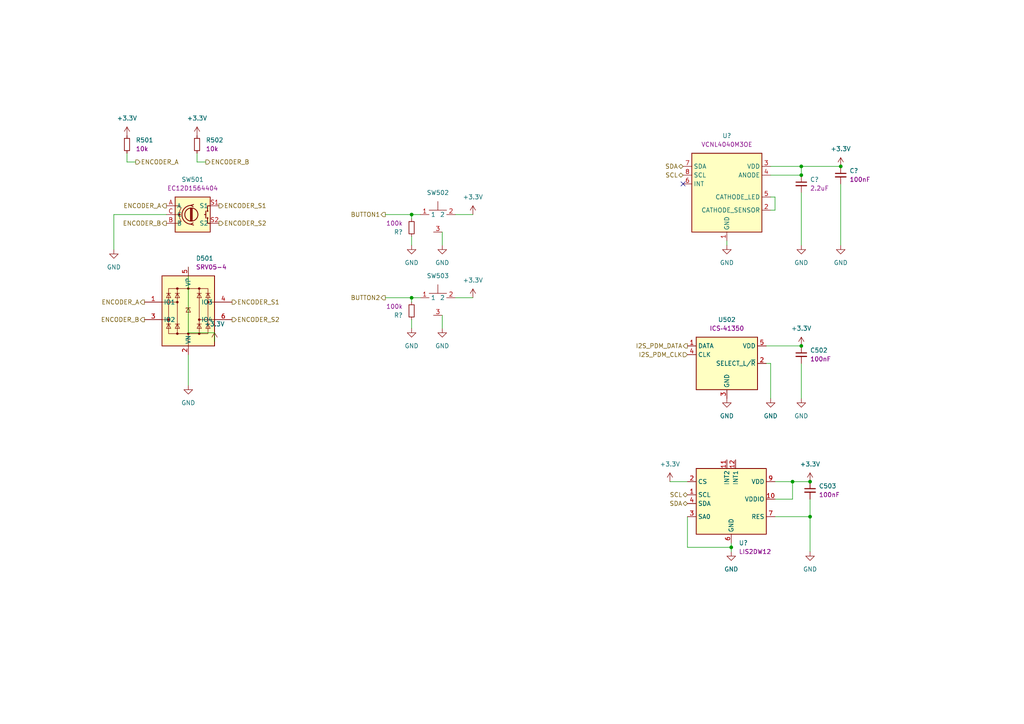
<source format=kicad_sch>
(kicad_sch (version 20230121) (generator eeschema)
  (paper "A4")
  (lib_symbols
    (symbol ".mounted-lib:C_0603_100nF_100V_X7R_10%" (pin_numbers hide)
      (property "Reference" "C?" (at 1.905 0 0))
      (property "DisplayValue" "100nF" (at 1.905 1.905 0))
      (symbol "C_0603_100nF_100V_X7R_10%_0_1"
        (polyline (pts (xy -1.524 -0.508) (xy 1.524 -0.508)) (stroke (width 0.3302)))
        (polyline (pts (xy -1.524 0.508) (xy 1.524 0.508)) (stroke (width 0.3048)))
      )
      (symbol "C_0603_100nF_100V_X7R_10%_1_1"
        (pin passive line (at 0 2.54 270) (length 2.032) (name "~") (number "1"))
        (pin passive line (at 0 -2.54 90) (length 2.032) (name "~") (number "2"))
      )
    )
    (symbol ".mounted-lib:C_0603_2.2uF_10V_X7R_10%" (pin_numbers hide)
      (property "Reference" "C?" (at 1.905 0 0))
      (property "DisplayValue" "2.2uF" (at 1.905 1.905 0))
      (symbol "C_0603_2.2uF_10V_X7R_10%_0_1"
        (polyline (pts (xy -1.524 -0.508) (xy 1.524 -0.508)) (stroke (width 0.3302)))
        (polyline (pts (xy -1.524 0.508) (xy 1.524 0.508)) (stroke (width 0.3048)))
      )
      (symbol "C_0603_2.2uF_10V_X7R_10%_1_1"
        (pin passive line (at 0 2.54 270) (length 2.032) (name "~") (number "1"))
        (pin passive line (at 0 -2.54 90) (length 2.032) (name "~") (number "2"))
      )
    )
    (symbol ".mounted-lib:D_SRV05-4"
      (property "Reference" "D?" (at 1.27 6.35 0))
      (property "DisplayValue" "SRV05-4" (at 10.16 -7.62 0))
      (symbol "D_SRV05-4_0_0"
        (rectangle (start -5.715 6.477) (end 5.715 -6.604))
        (polyline (pts (xy -3.175 -6.604) (xy -3.175 6.477)))
        (polyline (pts (xy 3.175 6.477) (xy 3.175 -6.604)))
      )
      (symbol "D_SRV05-4_0_1"
        (rectangle (start -7.62 10.16) (end 7.62 -10.16) (stroke (width 0.254)) (fill (type background)))
        (circle (center -5.715 -2.54) (radius 0.2794) (fill (type outline)))
        (circle (center -3.175 -6.604) (radius 0.2794) (fill (type outline)))
        (circle (center -3.175 2.54) (radius 0.2794) (fill (type outline)))
        (circle (center -3.175 6.477) (radius 0.2794) (fill (type outline)))
        (circle (center 0 -6.604) (radius 0.2794) (fill (type outline)))
        (polyline (pts (xy -7.747 2.54) (xy -3.175 2.54)))
        (polyline (pts (xy -7.62 -2.54) (xy -5.715 -2.54)))
        (polyline (pts (xy -5.08 -3.81) (xy -6.35 -3.81)))
        (polyline (pts (xy -5.08 5.08) (xy -6.35 5.08)))
        (polyline (pts (xy -2.54 -3.81) (xy -3.81 -3.81)))
        (polyline (pts (xy -2.54 5.08) (xy -3.81 5.08)))
        (polyline (pts (xy 0 10.16) (xy 0 -10.16)))
        (polyline (pts (xy 3.81 -3.81) (xy 2.54 -3.81)))
        (polyline (pts (xy 3.81 5.08) (xy 2.54 5.08)))
        (polyline (pts (xy 6.35 -3.81) (xy 5.08 -3.81)))
        (polyline (pts (xy 6.35 5.08) (xy 5.08 5.08)))
        (polyline (pts (xy 7.62 -2.54) (xy 3.175 -2.54)))
        (polyline (pts (xy 7.62 2.54) (xy 5.715 2.54)))
        (polyline (pts (xy 0.635 0.889) (xy -0.635 0.889) (xy -0.635 0.635)))
        (polyline (pts (xy -5.08 -5.08) (xy -6.35 -5.08) (xy -5.715 -3.81) (xy -5.08 -5.08)))
        (polyline (pts (xy -5.08 3.81) (xy -6.35 3.81) (xy -5.715 5.08) (xy -5.08 3.81)))
        (polyline (pts (xy -2.54 -5.08) (xy -3.81 -5.08) (xy -3.175 -3.81) (xy -2.54 -5.08)))
        (polyline (pts (xy -2.54 3.81) (xy -3.81 3.81) (xy -3.175 5.08) (xy -2.54 3.81)))
        (polyline (pts (xy 0.635 -0.381) (xy -0.635 -0.381) (xy 0 0.889) (xy 0.635 -0.381)))
        (polyline (pts (xy 3.81 -5.08) (xy 2.54 -5.08) (xy 3.175 -3.81) (xy 3.81 -5.08)))
        (polyline (pts (xy 3.81 3.81) (xy 2.54 3.81) (xy 3.175 5.08) (xy 3.81 3.81)))
        (polyline (pts (xy 6.35 -5.08) (xy 5.08 -5.08) (xy 5.715 -3.81) (xy 6.35 -5.08)))
        (polyline (pts (xy 6.35 3.81) (xy 5.08 3.81) (xy 5.715 5.08) (xy 6.35 3.81)))
        (circle (center 0 6.477) (radius 0.2794) (fill (type outline)))
        (circle (center 3.175 -6.604) (radius 0.2794) (fill (type outline)))
        (circle (center 3.175 -2.54) (radius 0.2794) (fill (type outline)))
        (circle (center 3.175 6.477) (radius 0.2794) (fill (type outline)))
        (circle (center 5.715 2.54) (radius 0.2794) (fill (type outline)))
      )
      (symbol "D_SRV05-4_1_1"
        (pin passive line (at -12.7 2.54 0) (length 5.08) (name "IO1") (number "1"))
        (pin passive line (at 0 -12.7 90) (length 2.54) (name "VN") (number "2"))
        (pin passive line (at -12.7 -2.54 0) (length 5.08) (name "IO2") (number "3"))
        (pin passive line (at 12.7 2.54 180) (length 5.08) (name "IO3") (number "4"))
        (pin passive line (at 0 12.7 270) (length 2.54) (name "VP") (number "5"))
        (pin passive line (at 12.7 -2.54 180) (length 5.08) (name "IO4") (number "6"))
      )
    )
    (symbol ".mounted-lib:R_0603_100k_1%_0.1W" (pin_numbers hide)
      (property "Reference" "R?" (at 1.27 0 0))
      (property "DisplayValue" "100k" (at 1.27 1.905 0))
      (symbol "R_0603_100k_1%_0.1W_0_1"
        (rectangle (start -0.762 1.778) (end 0.762 -1.778) (stroke (width 0.2032)))
      )
      (symbol "R_0603_100k_1%_0.1W_1_1"
        (pin passive line (at 0 2.54 270) (length 0.762) (name "~") (number "1"))
        (pin passive line (at 0 -2.54 90) (length 0.762) (name "~") (number "2"))
      )
    )
    (symbol ".mounted-lib:R_0603_10k_1%_0.1W" (pin_numbers hide)
      (property "Reference" "R?" (at 1.27 0 0))
      (property "DisplayValue" "10k" (at 1.27 1.905 0))
      (symbol "R_0603_10k_1%_0.1W_0_1"
        (rectangle (start -0.762 1.778) (end 0.762 -1.778) (stroke (width 0.2032)))
      )
      (symbol "R_0603_10k_1%_0.1W_1_1"
        (pin passive line (at 0 2.54 270) (length 0.762) (name "~") (number "1"))
        (pin passive line (at 0 -2.54 90) (length 0.762) (name "~") (number "2"))
      )
    )
    (symbol ".mounted-lib:SW_EC12D1564404"
      (property "Reference" "SW?" (at -5.08 8.89 0))
      (property "DisplayValue" "EC12D1564404" (at -5.08 6.35 0))
      (symbol "SW_EC12D1564404_0_1"
        (rectangle (start -5.08 5.08) (end 5.08 -5.08) (stroke (width 0.254)) (fill (type background)))
        (circle (center -3.81 0) (radius 0.254) (fill (type outline)))
        (circle (center -0.381 0) (radius 1.905) (stroke (width 0.254)))
        (arc (start -0.381 2.667) (mid -3.0988 -0.0635) (end -0.381 -2.794) (stroke (width 0.254)))
        (polyline (pts (xy -0.635 -1.778) (xy -0.635 1.778)) (stroke (width 0.254)))
        (polyline (pts (xy -0.381 -1.778) (xy -0.381 1.778)) (stroke (width 0.254)))
        (polyline (pts (xy -0.127 1.778) (xy -0.127 -1.778)) (stroke (width 0.254)))
        (polyline (pts (xy 3.81 0) (xy 3.429 0)) (stroke (width 0.254)))
        (polyline (pts (xy 3.81 1.016) (xy 3.81 -1.016)) (stroke (width 0.254)))
        (polyline (pts (xy -5.08 -2.54) (xy -3.81 -2.54) (xy -3.81 -2.032)))
        (polyline (pts (xy -5.08 2.54) (xy -3.81 2.54) (xy -3.81 2.032)))
        (polyline (pts (xy 0.254 -3.048) (xy -0.508 -2.794) (xy 0.127 -2.413)) (stroke (width 0.254)))
        (polyline (pts (xy 0.254 2.921) (xy -0.508 2.667) (xy 0.127 2.286)) (stroke (width 0.254)))
        (polyline (pts (xy 5.08 -2.54) (xy 4.318 -2.54) (xy 4.318 -1.016)) (stroke (width 0.254)))
        (polyline (pts (xy 5.08 2.54) (xy 4.318 2.54) (xy 4.318 1.016)) (stroke (width 0.254)))
        (polyline (pts (xy -5.08 0) (xy -3.81 0) (xy -3.81 -1.016) (xy -3.302 -2.032)))
        (polyline (pts (xy -4.318 0) (xy -3.81 0) (xy -3.81 1.016) (xy -3.302 2.032)))
        (circle (center 4.318 -1.016) (radius 0.127) (stroke (width 0.254)))
        (circle (center 4.318 1.016) (radius 0.127) (stroke (width 0.254)))
      )
      (symbol "SW_EC12D1564404_1_1"
        (pin passive line (at -7.62 2.54 0) (length 2.54) (name "A") (number "A"))
        (pin passive line (at -7.62 -2.54 0) (length 2.54) (name "B") (number "B"))
        (pin passive line (at -7.62 0 0) (length 2.54) (name "C") (number "C"))
        (pin passive line (at 7.62 2.54 180) (length 2.54) (name "S1") (number "S1"))
        (pin passive line (at 7.62 -2.54 180) (length 2.54) (name "S2") (number "S2"))
      )
    )
    (symbol ".mounted-lib:SW_SKRTLAE010"
      (property "Reference" "SW?" (at -2.54 3.81 0))
      (symbol "SW_SKRTLAE010_0_1"
        (polyline (pts (xy 0 2.54) (xy 0 0) (xy 2.54 0) (xy -2.54 0)))
      )
      (symbol "SW_SKRTLAE010_1_1"
        (pin input line (at -5.08 -1.27 0) (length 2.54) (name "1") (number "1"))
        (pin output line (at 5.08 -1.27 180) (length 2.54) (name "2") (number "2"))
        (pin passive line (at 1.27 -6.35 180) (length 2.54) (name "") (number "3"))
      )
    )
    (symbol ".mounted-lib:U_ICS‐41350"
      (property "Reference" "U?" (at -8.89 12.7 0))
      (property "DisplayValue" "ICS‐41350" (at -8.89 10.16 0))
      (symbol "U_ICS‐41350_0_1"
        (rectangle (start -8.89 7.62) (end 8.89 -7.62) (stroke (width 0.254)) (fill (type background)))
      )
      (symbol "U_ICS‐41350_1_0"
        (pin passive line (at 11.43 0 180) (length 2.54) (name "SELECT_L/~{R}") (number "2"))
        (pin passive line (at 0 -10.16 90) (length 2.54) (name "GND") (number "3"))
        (pin input line (at -11.43 2.54 0) (length 2.54) (name "CLK") (number "4"))
        (pin power_in line (at 11.43 5.08 180) (length 2.54) (name "VDD") (number "5"))
      )
      (symbol "U_ICS‐41350_1_1"
        (pin output line (at -11.43 5.08 0) (length 2.54) (name "DATA") (number "1"))
      )
    )
    (symbol ".mounted-lib:U_LIS2DW12"
      (property "Reference" "U?" (at -11.43 26.67 0))
      (property "DisplayValue" "LIS2DW12" (at -40.64 19.05 0))
      (symbol "U_LIS2DW12_0_1"
        (rectangle (start -10.16 10.16) (end 10.16 -8.89) (stroke (width 0.254)) (fill (type background)))
      )
      (symbol "U_LIS2DW12_1_0"
        (pin power_in line (at 12.7 1.27 180) (length 2.54) (name "VDDIO") (number "10"))
        (pin power_in line (at -1.27 12.7 270) (length 2.54) (name "INT2") (number "11"))
        (pin power_in line (at 1.27 12.7 270) (length 2.54) (name "INT1") (number "12"))
        (pin no_connect line (at -3.81 -11.43 90) (length 2.54) hide (name "NC") (number "5"))
        (pin passive line (at 0 -11.43 90) (length 2.54) (name "GND") (number "6"))
        (pin passive line (at 12.7 -3.81 180) (length 2.54) (name "RES") (number "7"))
        (pin passive line (at 0 -11.43 90) (length 2.54) hide (name "GND") (number "8"))
        (pin power_in line (at 12.7 6.35 180) (length 2.54) (name "VDD") (number "9"))
      )
      (symbol "U_LIS2DW12_1_1"
        (pin passive line (at -12.7 2.54 0) (length 2.54) (name "SCL") (number "1"))
        (pin passive line (at -12.7 6.35 0) (length 2.54) (name "CS") (number "2"))
        (pin passive line (at -12.7 -3.81 0) (length 2.54) (name "SA0") (number "3"))
        (pin passive line (at -12.7 0 0) (length 2.54) (name "SDA") (number "4"))
      )
    )
    (symbol ".mounted-lib:U_VCNL4040M3OE"
      (property "Reference" "U?" (at -10.16 15.24 0))
      (property "DisplayValue" "VCNL4040M3OE" (at -10.16 12.7 0))
      (symbol "U_VCNL4040M3OE_0_1"
        (rectangle (start -10.16 11.43) (end 10.16 -11.43) (stroke (width 0.254)) (fill (type background)))
      )
      (symbol "U_VCNL4040M3OE_1_0"
        (pin passive line (at 12.7 -5.08 180) (length 2.54) (name "CATHODE_SENSOR") (number "2"))
        (pin power_in line (at 12.7 7.62 180) (length 2.54) (name "VDD") (number "3"))
        (pin passive line (at 12.7 5.08 180) (length 2.54) (name "ANODE") (number "4"))
        (pin passive line (at 12.7 -1.27 180) (length 2.54) (name "CATHODE_LED") (number "5"))
        (pin passive line (at -12.7 2.54 0) (length 2.54) (name "INT") (number "6"))
        (pin passive line (at -12.7 7.62 0) (length 2.54) (name "SDA") (number "7"))
        (pin passive line (at -12.7 5.08 0) (length 2.54) (name "SCL") (number "8"))
      )
      (symbol "U_VCNL4040M3OE_1_1"
        (pin passive line (at 0 -13.97 90) (length 2.54) (name "GND") (number "1"))
      )
    )
    (symbol "power:+3.3V" (power) (pin_names (offset 0))
      (property "Value" "+3.3V" (at 0 3.556 0))
      (symbol "+3.3V_0_1"
        (polyline (pts (xy -0.762 1.27) (xy 0 2.54)))
        (polyline (pts (xy 0 0) (xy 0 2.54)))
        (polyline (pts (xy 0 2.54) (xy 0.762 1.27)))
      )
      (symbol "+3.3V_1_1"
        (pin power_in line (at 0 0 90) (length 0) hide (name "+3.3V") (number "1"))
      )
    )
    (symbol "power:GND" (power) (pin_names (offset 0))
      (property "Value" "GND" (at 0 -3.81 0))
      (symbol "GND_0_1"
        (polyline (pts (xy 0 0) (xy 0 -1.27) (xy 1.27 -1.27) (xy 0 -2.54) (xy -1.27 -1.27) (xy 0 -1.27)))
      )
      (symbol "GND_1_1"
        (pin power_in line (at 0 0 270) (length 0) hide (name "GND") (number "1"))
      )
    )
  )
  (junction (at 119.38 86.36))
  (junction (at 232.41 48.26))
  (junction (at 229.87 139.7))
  (junction (at 243.84 48.26))
  (junction (at 232.41 50.8))
  (junction (at 119.38 62.23))
  (junction (at 232.41 100.33))
  (junction (at 234.95 139.7))
  (junction (at 212.09 158.75))
  (junction (at 234.95 149.86))
  (no_connect (at 198.12 53.34))
  (wire (pts (xy 232.41 71.12) (xy 232.41 55.88)))
  (wire (pts (xy 229.87 139.7) (xy 234.95 139.7)))
  (wire (pts (xy 119.38 95.25) (xy 119.38 92.71)))
  (wire (pts (xy 229.87 144.78) (xy 229.87 139.7)))
  (wire (pts (xy 128.27 71.12) (xy 128.27 67.31)))
  (wire (pts (xy 212.09 160.02) (xy 212.09 158.75)))
  (wire (pts (xy 222.25 100.33) (xy 232.41 100.33)))
  (wire (pts (xy 224.79 149.86) (xy 234.95 149.86)))
  (wire (pts (xy 119.38 71.12) (xy 119.38 68.58)))
  (wire (pts (xy 199.39 158.75) (xy 212.09 158.75)))
  (wire (pts (xy 232.41 48.26) (xy 232.41 50.8)))
  (wire (pts (xy 137.16 62.23) (xy 132.08 62.23)))
  (wire (pts (xy 234.95 149.86) (xy 234.95 160.02)))
  (wire (pts (xy 199.39 149.86) (xy 199.39 158.75)))
  (wire (pts (xy 39.37 46.99) (xy 36.83 46.99)))
  (wire (pts (xy 234.95 144.78) (xy 234.95 149.86)))
  (wire (pts (xy 194.31 139.7) (xy 199.39 139.7)))
  (wire (pts (xy 119.38 86.36) (xy 121.92 86.36)))
  (wire (pts (xy 62.23 96.52) (xy 62.23 99.06)))
  (wire (pts (xy 137.16 86.36) (xy 132.08 86.36)))
  (wire (pts (xy 232.41 48.26) (xy 243.84 48.26)))
  (wire (pts (xy 54.61 96.52) (xy 62.23 96.52)))
  (wire (pts (xy 243.84 71.12) (xy 243.84 53.34)))
  (wire (pts (xy 59.69 46.99) (xy 57.15 46.99)))
  (wire (pts (xy 223.52 57.15) (xy 224.79 57.15)))
  (wire (pts (xy 223.52 48.26) (xy 232.41 48.26)))
  (wire (pts (xy 57.15 46.99) (xy 57.15 44.45)))
  (wire (pts (xy 224.79 60.96) (xy 223.52 60.96)))
  (wire (pts (xy 36.83 46.99) (xy 36.83 44.45)))
  (wire (pts (xy 119.38 62.23) (xy 121.92 62.23)))
  (wire (pts (xy 223.52 105.41) (xy 223.52 115.57)))
  (wire (pts (xy 119.38 86.36) (xy 119.38 87.63)))
  (wire (pts (xy 111.76 62.23) (xy 119.38 62.23)))
  (wire (pts (xy 222.25 105.41) (xy 223.52 105.41)))
  (wire (pts (xy 224.79 139.7) (xy 229.87 139.7)))
  (wire (pts (xy 54.61 102.87) (xy 54.61 111.76)))
  (wire (pts (xy 128.27 95.25) (xy 128.27 91.44)))
  (wire (pts (xy 212.09 158.75) (xy 212.09 157.48)))
  (wire (pts (xy 54.61 77.47) (xy 54.61 96.52)))
  (wire (pts (xy 119.38 62.23) (xy 119.38 63.5)))
  (wire (pts (xy 33.02 62.23) (xy 48.26 62.23)))
  (wire (pts (xy 210.82 71.12) (xy 210.82 69.85)))
  (wire (pts (xy 111.76 86.36) (xy 119.38 86.36)))
  (wire (pts (xy 224.79 57.15) (xy 224.79 60.96)))
  (wire (pts (xy 224.79 144.78) (xy 229.87 144.78)))
  (wire (pts (xy 33.02 62.23) (xy 33.02 72.39)))
  (wire (pts (xy 223.52 50.8) (xy 232.41 50.8)))
  (wire (pts (xy 232.41 105.41) (xy 232.41 115.57)))
  (hierarchical_label "BUTTON2" (shape output) (at 111.76 86.36 180))
  (hierarchical_label "ENCODER_A" (shape output) (at 39.37 46.99 0))
  (hierarchical_label "BUTTON1" (shape output) (at 111.76 62.23 180))
  (hierarchical_label "ENCODER_A" (shape output) (at 41.91 87.63 180))
  (hierarchical_label "ENCODER_B" (shape output) (at 41.91 92.71 180))
  (hierarchical_label "SCL" (shape bidirectional) (at 198.12 50.8 180))
  (hierarchical_label "I2S_PDM_DATA" (shape output) (at 199.39 100.33 180))
  (hierarchical_label "ENCODER_S2" (shape output) (at 67.31 92.71 0))
  (hierarchical_label "SDA" (shape bidirectional) (at 198.12 48.26 180))
  (hierarchical_label "ENCODER_S1" (shape output) (at 67.31 87.63 0))
  (hierarchical_label "SCL" (shape bidirectional) (at 199.39 143.51 180))
  (hierarchical_label "SDA" (shape bidirectional) (at 199.39 146.05 180))
  (hierarchical_label "ENCODER_B" (shape output) (at 48.26 64.77 180))
  (hierarchical_label "ENCODER_S2" (shape output) (at 63.5 64.77 0))
  (hierarchical_label "ENCODER_B" (shape output) (at 59.69 46.99 0))
  (hierarchical_label "ENCODER_A" (shape output) (at 48.26 59.69 180))
  (hierarchical_label "I2S_PDM_CLK" (shape input) (at 199.39 102.87 180))
  (hierarchical_label "ENCODER_S1" (shape output) (at 63.5 59.69 0))
  (symbol (lib_id "power:GND") (at 119.38 95.25 0) (unit 1)
    (property "Reference" "#PWR0507" (effects hide))
    (property "Value" "GND" (at 119.38 100.33 0))
  )
  (symbol (lib_id "power:GND") (at 223.52 115.57 0) (unit 1)
    (property "Reference" "#PWR0516" (effects hide))
    (property "Value" "GND" (at 223.52 120.65 0))
  )
  (symbol (lib_id "power:+3.3V") (at 137.16 86.36 0) (unit 1)
    (property "Reference" "#PWR?" (effects hide))
    (property "Value" "+3.3V" (at 137.16 81.28 0))
    (instances (project "AugMounted_DevBoard" (path "" (reference "#PWR?") (unit 1)) (path "" (reference "#PWR?") (unit 1)) (path "" (reference "#PWR0511") (unit 1))))
  )
  (symbol (lib_id "power:GND") (at 234.95 160.02 0) (unit 1)
    (property "Reference" "#PWR0521" (effects hide))
    (property "Value" "GND" (at 234.95 165.1 0))
  )
  (symbol (lib_id ".mounted-lib:U_ICS‐41350") (at 210.82 105.41 0) (unit 1)
    (property "Reference" "U502" (at 210.82 92.71 0))
    (property "Value" "ICS‐41350" (effects hide))
    (property "Footprint" ".mounted-lib:U_ICS-41350" (effects hide))
    (property "Datasheet" "https://invensense.tdk.com/wp-content/uploads/2016/02/DS-000047-ICS-41350-v1.1.pdf" (effects hide))
    (property "Manufacturer" "TDK" (effects hide))
    (property "MPN" "ICS‐41350" (effects hide))
    (property "DisplayValue" "ICS‐41350" (at 210.82 95.25 0))
    (property "CMP_ID" "1085" (effects hide))
    (property "Category" "IC" (effects hide))
    (property "Family" "PDM MICROPHONE" (effects hide))
    (property "_Created" "JCN 2023-11-16" (effects hide))
    (property "_Checked" "___Checked" (effects hide))
    (property "_Confirmed" "___Confirmed" (effects hide))
    (property "Mount" "SMD" (effects hide))
    (property "Package" "ICS" (effects hide))
    (property "PartStatus" "___PartStatus" (effects hide))
    (property "TempMin_C" "-40°C" (effects hide))
    (property "TempMax_C" "85°C" (effects hide))
    (property "Automotive" "N" (effects hide))
    (property "MaxHeight_mm" "0.98mm" (effects hide))
  )
  (symbol (lib_id ".mounted-lib:C_0603_2.2uF_10V_X7R_10%") (at 232.41 53.34 0) (unit 1)
    (property "Reference" "C?" (at 234.95 52.0763 0) (effects (justify left)))
    (property "Value" "C_0603_2.2uF_10V_X7R_10%" (effects hide))
    (property "Footprint" ".mounted-lib:C_0603_1608Metric" (effects hide))
    (property "Datasheet" "http://127.0.0.1" (effects hide))
    (property "DisplayValue" "2.2uF" (at 234.95 54.6163 0) (effects (justify left)))
    (property "CMP_ID" "1064" (effects hide))
    (property "Category" "CAPACITOR" (effects hide))
    (property "Family" "MLCC" (effects hide))
    (property "_Created" "CCN 2022-05-12" (effects hide))
    (property "_Checked" "JCN 2022-05-18" (effects hide))
    (property "_Confirmed" "_Confirmed" (effects hide))
    (property "Mount" "SMD" (effects hide))
    (property "Package" "0603" (effects hide))
    (property "TempMin_C" "-55°C" (effects hide))
    (property "TempMax_C" "125°C" (effects hide))
    (property "Automotive" "N" (effects hide))
    (property "MaxHeight_mm" "0.8mm" (effects hide))
    (property "Voltage" "10V" (effects hide))
    (property "Dielectric" "X7R" (effects hide))
    (property "Tolerance" "10%" (effects hide))
    (instances (project "AugMounted_DevBoard" (path "" (reference "C?") (unit 1)) (path "" (reference "C501") (unit 1))))
  )
  (symbol (lib_id "power:GND") (at 232.41 71.12 0) (unit 1)
    (property "Reference" "#PWR?" (effects hide))
    (property "Value" "GND" (at 232.41 76.2 0))
    (instances (project "AugMounted_DevBoard" (path "" (reference "#PWR?") (unit 1)) (path "" (reference "#PWR0517") (unit 1))))
  )
  (symbol (lib_id "power:+3.3V") (at 194.31 139.7 0) (unit 1)
    (property "Reference" "#PWR0512" (effects hide))
    (property "Value" "+3.3V" (at 194.31 134.62 0))
  )
  (symbol (lib_id "power:GND") (at 210.82 115.57 0) (unit 1)
    (property "Reference" "#PWR0514" (effects hide))
    (property "Value" "GND" (at 210.82 120.65 0))
  )
  (symbol (lib_id "power:+3.3V") (at 137.16 62.23 0) (unit 1)
    (property "Reference" "#PWR?" (effects hide))
    (property "Value" "+3.3V" (at 137.16 57.15 0))
    (instances (project "AugMounted_DevBoard" (path "" (reference "#PWR?") (unit 1)) (path "" (reference "#PWR?") (unit 1)) (path "" (reference "#PWR0510") (unit 1))))
  )
  (symbol (lib_id "power:GND") (at 119.38 71.12 0) (unit 1)
    (property "Reference" "#PWR0506" (effects hide))
    (property "Value" "GND" (at 119.38 76.2 0))
  )
  (symbol (lib_id "power:GND") (at 54.61 111.76 0) (unit 1)
    (property "Reference" "#PWR0503" (effects hide))
    (property "Value" "GND" (at 54.61 116.84 0))
  )
  (symbol (lib_id ".mounted-lib:U_VCNL4040M3OE") (at 210.82 55.88 0) (unit 1)
    (property "Reference" "U?" (at 210.82 39.37 0))
    (property "Value" "U_VCNL4040M3OE" (effects hide))
    (property "Footprint" ".mounted-lib:VCNL4040_4X2X1.1_VISHAY" (effects hide))
    (property "Datasheet" "https://datasheet.lcsc.com/lcsc/1811090420_Vishay-Intertech-VCNL4040M3OE_C142526.pdf" (effects hide))
    (property "Manufacturer" "VISHAY" (effects hide))
    (property "MPN" "VCNL4040M3OE" (effects hide))
    (property "DisplayValue" "VCNL4040M3OE" (at 210.82 41.91 0))
    (property "CMP_ID" "1063" (effects hide))
    (property "Category" "IC" (effects hide))
    (property "Family" "PROXIMITY SENSOR" (effects hide))
    (property "_Created" "JCN 2023-11-11" (effects hide))
    (property "_Checked" "___Checked" (effects hide))
    (property "_Confirmed" "___Confirmed" (effects hide))
    (property "Mount" "SMD" (effects hide))
    (property "Package" " SMD-8P" (effects hide))
    (property "PartStatus" "___PartStatus" (effects hide))
    (property "TempMin_C" "-40°C" (effects hide))
    (property "TempMax_C" "85°C" (effects hide))
    (property "Automotive" "N" (effects hide))
    (property "MaxHeight_mm" "1.1mm" (effects hide))
    (instances (project "AugMounted_DevBoard" (path "" (reference "U?") (unit 1)) (path "" (reference "U501") (unit 1))))
  )
  (symbol (lib_id ".mounted-lib:D_SRV05-4") (at 54.61 90.17 0) (unit 1)
    (property "Reference" "D501" (at 56.8041 74.93 0) (effects (justify left)))
    (property "Value" "D_SRV05-4" (effects hide))
    (property "Footprint" ".mounted-lib:SOT-23-6_TECH_PUBLIC" (effects hide))
    (property "Datasheet" "https://datasheet.lcsc.com/lcsc/2108131930_TECH-PUBLIC-SRV05-4_C558418.pdf" (effects hide))
    (property "Manufacturer" "TECH PUBLIC" (effects hide))
    (property "MPN" "SRV05-4" (effects hide))
    (property "DisplayValue" "SRV05-4" (at 56.8041 77.47 0) (effects (justify left)))
    (property "CMP_ID" "1053" (effects hide))
    (property "Category" "DIODE" (effects hide))
    (property "Family" "TVS" (effects hide))
    (property "_Created" "MAR 2022-07-25" (effects hide))
    (property "Mount" "SMD" (effects hide))
    (property "Package" "SOT-23-6" (effects hide))
    (property "TempMin_C" "-55°C" (effects hide))
    (property "TempMax_C" "150°C" (effects hide))
    (property "Automotive" "N" (effects hide))
    (property "MaxHeight_mm" "1.45 mm" (effects hide))
  )
  (symbol (lib_id "power:+3.3V") (at 57.15 39.37 0) (unit 1)
    (property "Reference" "#PWR0504" (effects hide))
    (property "Value" "+3.3V" (at 57.15 34.29 0))
  )
  (symbol (lib_id "power:GND") (at 210.82 71.12 0) (unit 1)
    (property "Reference" "#PWR?" (effects hide))
    (property "Value" "GND" (at 210.82 76.2 0))
    (instances (project "AugMounted_DevBoard" (path "" (reference "#PWR?") (unit 1)) (path "" (reference "#PWR0513") (unit 1))))
  )
  (symbol (lib_id "power:+3.3V") (at 36.83 39.37 0) (unit 1)
    (property "Reference" "#PWR0502" (effects hide))
    (property "Value" "+3.3V" (at 36.83 34.29 0))
  )
  (symbol (lib_id ".mounted-lib:R_0603_10k_1%_0.1W") (at 36.83 41.91 0) (unit 1)
    (property "Reference" "R501" (at 39.37 40.64 0) (effects (justify left)))
    (property "Value" "R_0603_10k_1%_0.1W" (effects hide))
    (property "Footprint" ".mounted-lib:R_0603_1608Metric" (effects hide))
    (property "Datasheet" "http://127.0.0.1" (effects hide))
    (property "DisplayValue" "10k" (at 39.37 43.18 0) (effects (justify left)))
    (property "CMP_ID" "1070" (effects hide))
    (property "Category" "RESISTOR" (effects hide))
    (property "Family" "THICK FILM" (effects hide))
    (property "_Created" "JCN 2023-11-12" (effects hide))
    (property "Mount" "SMD" (effects hide))
    (property "Package" "R0603" (effects hide))
    (property "TempMin_C" "-55°C" (effects hide))
    (property "TempMax_C" "155°C" (effects hide))
    (property "Automotive" "Y" (effects hide))
    (property "MaxHeight_mm" "0.55mm" (effects hide))
    (property "Tolerance" "1%" (effects hide))
    (property "Power_W" "0.1W" (effects hide))
  )
  (symbol (lib_id "power:+3.3V") (at 234.95 139.7 0) (unit 1)
    (property "Reference" "#PWR0520" (effects hide))
    (property "Value" "+3.3V" (at 234.95 134.62 0))
  )
  (symbol (lib_id ".mounted-lib:C_0603_100nF_100V_X7R_10%") (at 243.84 50.8 0) (unit 1)
    (property "Reference" "C?" (at 246.38 49.5363 0) (effects (justify left)))
    (property "Value" "C_0603_100nF_100V_X7R_10%" (effects hide))
    (property "Footprint" ".mounted-lib:C_0603_1608Metric" (effects hide))
    (property "Datasheet" "http://127.0.0.1" (effects hide))
    (property "DisplayValue" "100nF" (at 246.38 52.0763 0) (effects (justify left)))
    (property "CMP_ID" "1062" (effects hide))
    (property "Category" "CAPACITOR" (effects hide))
    (property "Family" "MLCC" (effects hide))
    (property "_Created" "LTT 2022-05-11" (effects hide))
    (property "_Checked" "MAR 2022-05-18" (effects hide))
    (property "Mount" "SMD" (effects hide))
    (property "Package" "C0603" (effects hide))
    (property "TempMin_C" "-55°C" (effects hide))
    (property "TempMax_C" "125°C" (effects hide))
    (property "Automotive" "N" (effects hide))
    (property "MaxHeight_mm" "0.8mm" (effects hide))
    (property "Voltage" "100V" (effects hide))
    (property "Dielectric" "X7R" (effects hide))
    (property "Tolerance" "10%" (effects hide))
    (instances (project "AugMounted_DevBoard" (path "" (reference "C?") (unit 1)) (path "" (reference "C504") (unit 1))))
  )
  (symbol (lib_id ".mounted-lib:SW_SKRTLAE010") (at 127 85.09 0) (unit 1)
    (property "Reference" "SW503" (at 127 80.01 0))
    (property "Value" "SW_SKRTLAE010" (effects hide))
    (property "Footprint" ".mounted-lib:SW_SKRTLAE010" (effects hide))
    (property "Datasheet" "https://datasheet.lcsc.com/lcsc/1809191932_ALPSALPINE-SKRTLAE010_C110293.pdf" (effects hide))
    (property "Manufacturer" "ALPS ALPINE" (effects hide))
    (property "MPN" "SKRTLAE010" (effects hide))
    (property "DisplayValue" "SKRTLAE010" (effects hide))
    (property "CMP_ID" "1084" (effects hide))
    (property "Category" "ELECTROMECHANICAL" (effects hide))
    (property "Family" "TACTILE SWITCH" (effects hide))
    (property "_Created" "JCN 2023-11-16" (effects hide))
    (property "Mount" "SMD" (effects hide))
    (property "Package" "RIGHT ANGLE" (effects hide))
    (property "PartStatus" "L3360" (effects hide))
    (property "TempMin_C" "-30°C" (effects hide))
    (property "TempMax_C" "85°C" (effects hide))
    (property "Automotive" "N" (effects hide))
    (property "MaxHeight_mm" "3.3mm" (effects hide))
  )
  (symbol (lib_id "power:GND") (at 128.27 71.12 0) (unit 1)
    (property "Reference" "#PWR0508" (effects hide))
    (property "Value" "GND" (at 128.27 76.2 0))
  )
  (symbol (lib_id "power:GND") (at 243.84 71.12 0) (unit 1)
    (property "Reference" "#PWR?" (effects hide))
    (property "Value" "GND" (at 243.84 76.2 0))
    (instances (project "AugMounted_DevBoard" (path "" (reference "#PWR?") (unit 1)) (path "" (reference "#PWR0523") (unit 1))))
  )
  (symbol (lib_id "power:+3.3V") (at 232.41 100.33 0) (unit 1)
    (property "Reference" "#PWR0518" (effects hide))
    (property "Value" "+3.3V" (at 232.41 95.25 0))
  )
  (symbol (lib_id ".mounted-lib:SW_SKRTLAE010") (at 127 60.96 0) (unit 1)
    (property "Reference" "SW502" (at 127 55.88 0))
    (property "Value" "SW_SKRTLAE010" (effects hide))
    (property "Footprint" ".mounted-lib:SW_SKRTLAE010" (effects hide))
    (property "Datasheet" "https://datasheet.lcsc.com/lcsc/1809191932_ALPSALPINE-SKRTLAE010_C110293.pdf" (effects hide))
    (property "Manufacturer" "ALPS ALPINE" (effects hide))
    (property "MPN" "SKRTLAE010" (effects hide))
    (property "DisplayValue" "SKRTLAE010" (effects hide))
    (property "CMP_ID" "1084" (effects hide))
    (property "Category" "ELECTROMECHANICAL" (effects hide))
    (property "Family" "TACTILE SWITCH" (effects hide))
    (property "_Created" "JCN 2023-11-16" (effects hide))
    (property "Mount" "SMD" (effects hide))
    (property "Package" "RIGHT ANGLE" (effects hide))
    (property "PartStatus" "L3360" (effects hide))
    (property "TempMin_C" "-30°C" (effects hide))
    (property "TempMax_C" "85°C" (effects hide))
    (property "Automotive" "N" (effects hide))
    (property "MaxHeight_mm" "3.3mm" (effects hide))
  )
  (symbol (lib_id ".mounted-lib:R_0603_100k_1%_0.1W") (at 119.38 90.17 180) (unit 1)
    (property "Reference" "R?" (at 116.84 91.44 0) (effects (justify left)))
    (property "Value" "R_0603_100k_1%_0.1W" (effects hide))
    (property "Footprint" ".mounted-lib:R_0603_1608Metric" (effects hide))
    (property "Datasheet" "http://127.0.0.1" (effects hide))
    (property "DisplayValue" "100k" (at 116.84 88.9 0) (effects (justify left)))
    (property "CMP_ID" "50" (effects hide))
    (property "Category" "RESISTOR" (effects hide))
    (property "Family" "THICK FILM" (effects hide))
    (property "_Created" "GCE 2022-05-12" (effects hide))
    (property "_Checked" "JCN 2022-05-18" (effects hide))
    (property "Mount" "SMD" (effects hide))
    (property "Package" "R0603" (effects hide))
    (property "TempMin_C" "-55°C" (effects hide))
    (property "TempMax_C" "155°C" (effects hide))
    (property "Automotive" "Y" (effects hide))
    (property "MaxHeight_mm" "0.55mm" (effects hide))
    (property "Tolerance" "1%" (effects hide))
    (property "Power_W" "0.1W" (effects hide))
    (instances (project "AugMounted_DevBoard" (path "" (reference "R?") (unit 1)) (path "" (reference "R504") (unit 1))))
  )
  (symbol (lib_id "power:GND") (at 232.41 115.57 0) (unit 1)
    (property "Reference" "#PWR0519" (effects hide))
    (property "Value" "GND" (at 232.41 120.65 0))
  )
  (symbol (lib_id "power:+3.3V") (at 243.84 48.26 0) (unit 1)
    (property "Reference" "#PWR?" (effects hide))
    (property "Value" "+3.3V" (at 243.84 43.18 0))
    (instances (project "AugMounted_DevBoard" (path "" (reference "#PWR?") (unit 1)) (path "" (reference "#PWR0522") (unit 1))))
  )
  (symbol (lib_id ".mounted-lib:R_0603_10k_1%_0.1W") (at 57.15 41.91 0) (unit 1)
    (property "Reference" "R502" (at 59.69 40.64 0) (effects (justify left)))
    (property "Value" "R_0603_10k_1%_0.1W" (effects hide))
    (property "Footprint" ".mounted-lib:R_0603_1608Metric" (effects hide))
    (property "Datasheet" "http://127.0.0.1" (effects hide))
    (property "DisplayValue" "10k" (at 59.69 43.18 0) (effects (justify left)))
    (property "CMP_ID" "1070" (effects hide))
    (property "Category" "RESISTOR" (effects hide))
    (property "Family" "THICK FILM" (effects hide))
    (property "_Created" "JCN 2023-11-12" (effects hide))
    (property "Mount" "SMD" (effects hide))
    (property "Package" "R0603" (effects hide))
    (property "TempMin_C" "-55°C" (effects hide))
    (property "TempMax_C" "155°C" (effects hide))
    (property "Automotive" "Y" (effects hide))
    (property "MaxHeight_mm" "0.55mm" (effects hide))
    (property "Tolerance" "1%" (effects hide))
    (property "Power_W" "0.1W" (effects hide))
  )
  (symbol (lib_id ".mounted-lib:C_0603_100nF_100V_X7R_10%") (at 232.41 102.87 0) (unit 1)
    (property "Reference" "C502" (at 234.95 101.6063 0) (effects (justify left)))
    (property "Value" "C_0603_100nF_100V_X7R_10%" (effects hide))
    (property "Footprint" ".mounted-lib:C_0603_1608Metric" (effects hide))
    (property "Datasheet" "http://127.0.0.1" (effects hide))
    (property "DisplayValue" "100nF" (at 234.95 104.1463 0) (effects (justify left)))
    (property "CMP_ID" "1062" (effects hide))
    (property "Category" "CAPACITOR" (effects hide))
    (property "Family" "MLCC" (effects hide))
    (property "_Created" "LTT 2022-05-11" (effects hide))
    (property "_Checked" "MAR 2022-05-18" (effects hide))
    (property "Mount" "SMD" (effects hide))
    (property "Package" "C0603" (effects hide))
    (property "TempMin_C" "-55°C" (effects hide))
    (property "TempMax_C" "125°C" (effects hide))
    (property "Automotive" "N" (effects hide))
    (property "MaxHeight_mm" "0.8mm" (effects hide))
    (property "Voltage" "100V" (effects hide))
    (property "Dielectric" "X7R" (effects hide))
    (property "Tolerance" "10%" (effects hide))
  )
  (symbol (lib_id ".mounted-lib:C_0603_100nF_100V_X7R_10%") (at 234.95 142.24 0) (unit 1)
    (property "Reference" "C503" (at 237.49 140.9763 0) (effects (justify left)))
    (property "Value" "C_0603_100nF_100V_X7R_10%" (effects hide))
    (property "Footprint" ".mounted-lib:C_0603_1608Metric" (effects hide))
    (property "Datasheet" "http://127.0.0.1" (effects hide))
    (property "DisplayValue" "100nF" (at 237.49 143.5163 0) (effects (justify left)))
    (property "CMP_ID" "1062" (effects hide))
    (property "Category" "CAPACITOR" (effects hide))
    (property "Family" "MLCC" (effects hide))
    (property "_Created" "LTT 2022-05-11" (effects hide))
    (property "_Checked" "MAR 2022-05-18" (effects hide))
    (property "Mount" "SMD" (effects hide))
    (property "Package" "C0603" (effects hide))
    (property "TempMin_C" "-55°C" (effects hide))
    (property "TempMax_C" "125°C" (effects hide))
    (property "Automotive" "N" (effects hide))
    (property "MaxHeight_mm" "0.8mm" (effects hide))
    (property "Voltage" "100V" (effects hide))
    (property "Dielectric" "X7R" (effects hide))
    (property "Tolerance" "10%" (effects hide))
  )
  (symbol (lib_id "power:GND") (at 33.02 72.39 0) (unit 1)
    (property "Reference" "#PWR0501" (effects hide))
    (property "Value" "GND" (at 33.02 77.47 0))
  )
  (symbol (lib_id "power:+3.3V") (at 62.23 99.06 0) (unit 1)
    (property "Reference" "#PWR0505" (effects hide))
    (property "Value" "+3.3V" (at 62.23 93.98 0))
  )
  (symbol (lib_id "power:GND") (at 212.09 160.02 0) (unit 1)
    (property "Reference" "#PWR0515" (effects hide))
    (property "Value" "GND" (at 212.09 165.1 0))
  )
  (symbol (lib_id ".mounted-lib:R_0603_100k_1%_0.1W") (at 119.38 66.04 180) (unit 1)
    (property "Reference" "R?" (at 116.84 67.31 0) (effects (justify left)))
    (property "Value" "R_0603_100k_1%_0.1W" (effects hide))
    (property "Footprint" ".mounted-lib:R_0603_1608Metric" (effects hide))
    (property "Datasheet" "http://127.0.0.1" (effects hide))
    (property "DisplayValue" "100k" (at 116.84 64.77 0) (effects (justify left)))
    (property "CMP_ID" "50" (effects hide))
    (property "Category" "RESISTOR" (effects hide))
    (property "Family" "THICK FILM" (effects hide))
    (property "_Created" "GCE 2022-05-12" (effects hide))
    (property "_Checked" "JCN 2022-05-18" (effects hide))
    (property "Mount" "SMD" (effects hide))
    (property "Package" "R0603" (effects hide))
    (property "TempMin_C" "-55°C" (effects hide))
    (property "TempMax_C" "155°C" (effects hide))
    (property "Automotive" "Y" (effects hide))
    (property "MaxHeight_mm" "0.55mm" (effects hide))
    (property "Tolerance" "1%" (effects hide))
    (property "Power_W" "0.1W" (effects hide))
    (instances (project "AugMounted_DevBoard" (path "" (reference "R?") (unit 1)) (path "" (reference "R503") (unit 1))))
  )
  (symbol (lib_id ".mounted-lib:SW_EC12D1564404") (at 55.88 62.23 0) (unit 1)
    (property "Reference" "SW501" (at 55.88 52.07 0))
    (property "Value" "SW_EC12D1564404" (effects hide))
    (property "Footprint" ".mounted-lib:SW_EC12D1564404" (effects hide))
    (property "Datasheet" "https://tech.alpsalpine.com/e/products/detail/EC12D1564404/" (effects hide))
    (property "Manufacturer" "ALPS ALPINE" (effects hide))
    (property "MPN" "EC12D1564404" (effects hide))
    (property "DisplayValue" "EC12D1564404" (at 55.88 54.61 0))
    (property "CMP_ID" "1081" (effects hide))
    (property "Category" "ELECTROMECHANICAL" (effects hide))
    (property "Family" "ROTARY ENCODER" (effects hide))
    (property "_Created" "JCN 2023-11-15" (effects hide))
    (property "_Checked" "TT 2022-05-23" (effects hide))
    (property "Mount" "SMD" (effects hide))
    (property "TempMin_C" "-40°C" (effects hide))
    (property "TempMax_C" "85°C" (effects hide))
    (property "Automotive" "N" (effects hide))
    (property "MaxHeight_mm" "17.5mm" (effects hide))
  )
  (symbol (lib_id "power:GND") (at 128.27 95.25 0) (unit 1)
    (property "Reference" "#PWR0509" (effects hide))
    (property "Value" "GND" (at 128.27 100.33 0))
  )
  (symbol (lib_id ".mounted-lib:U_LIS2DW12") (at 212.09 146.05 0) (unit 1)
    (property "Reference" "U?" (at 214.2841 157.48 0) (effects (justify left)))
    (property "Value" "LIS2DW12" (effects hide))
    (property "Footprint" "Package_LGA:LGA-12_2x2mm_P0.5mm" (effects hide))
    (property "Datasheet" "https://datasheet.lcsc.com/lcsc/1810010032_STMicroelectronics-LIS2DW12TR_C189624.pdf" (effects hide))
    (property "Manufacturer" "ST MICROELECTRONIC" (effects hide))
    (property "MPN" "LIS2DW12" (effects hide))
    (property "DisplayValue" "LIS2DW12" (at 214.2841 160.02 0) (effects (justify left)))
    (property "CMP_ID" "1087" (effects hide))
    (property "Category" "IC" (effects hide))
    (property "Family" "ACCELEROMETER" (effects hide))
    (property "_Created" "JCN 2023-11-17" (effects hide))
    (property "_Checked" "___Checked" (effects hide))
    (property "_Confirmed" "___Confirmed" (effects hide))
    (property "Mount" "SMD" (effects hide))
    (property "Package" "LGA-12" (effects hide))
    (property "PartStatus" "___PartStatus" (effects hide))
    (property "TempMin_C" "-40°C" (effects hide))
    (property "TempMax_C" "85°C" (effects hide))
    (property "Automotive" "N" (effects hide))
    (property "MaxHeight_mm" "0.9mm" (effects hide))
    (instances (project "AugMounted_DevBoard" (path "" (reference "U?") (unit 1)) (path "" (reference "U503") (unit 1))))
  )
)
</source>
